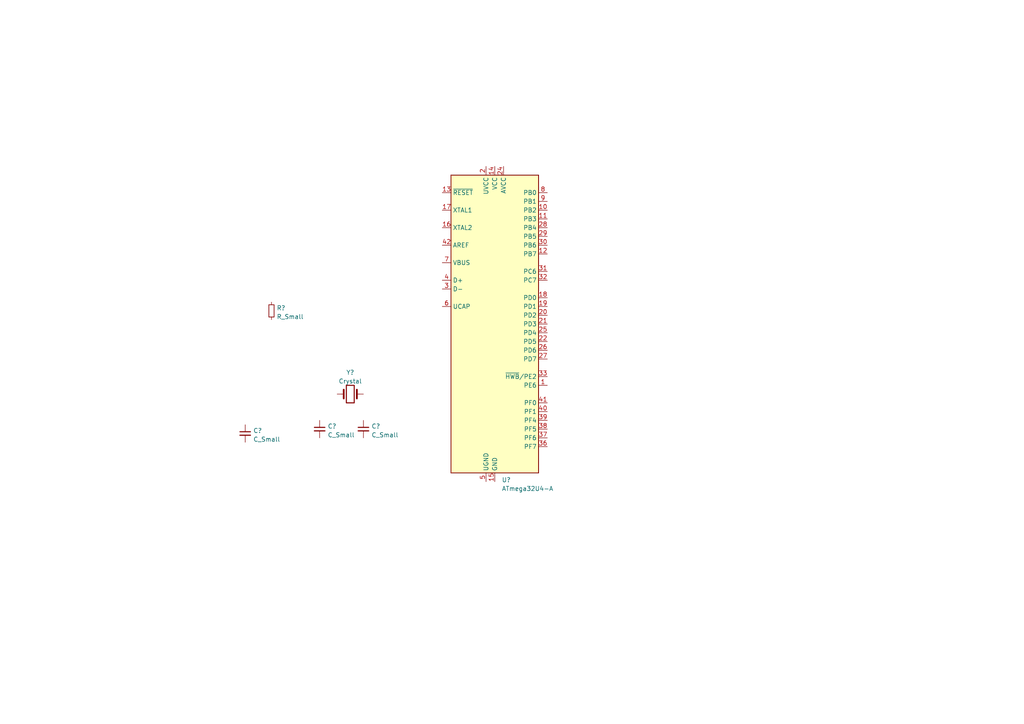
<source format=kicad_sch>
(kicad_sch (version 20211123) (generator eeschema)
  (paper "A4")
  (lib_symbols
    (symbol "Device:C_Small" (pin_numbers hide) (pin_names (offset 0.254) hide)
      (property "Reference" "C" (at 0.254 1.778 0))
      (property "Value" "C_Small" (at 0.254 -2.032 0))
      (symbol "C_Small_0_1"
        (polyline (pts (xy -1.524 -0.508) (xy 1.524 -0.508)) (stroke (width 0.3302)))
        (polyline (pts (xy -1.524 0.508) (xy 1.524 0.508)) (stroke (width 0.3048)))
      )
      (symbol "C_Small_1_1"
        (pin passive line (at 0 2.54 270) (length 2.032) (name "~") (number "1"))
        (pin passive line (at 0 -2.54 90) (length 2.032) (name "~") (number "2"))
      )
    )
    (symbol "Device:Crystal" (pin_numbers hide) (pin_names (offset 1.016) hide)
      (property "Reference" "Y" (at 0 3.81 0))
      (property "Value" "Crystal" (at 0 -3.81 0))
      (symbol "Crystal_0_1"
        (rectangle (start -1.143 2.54) (end 1.143 -2.54) (stroke (width 0.3048)))
        (polyline (pts (xy -2.54 0) (xy -1.905 0)))
        (polyline (pts (xy -1.905 -1.27) (xy -1.905 1.27)) (stroke (width 0.508)))
        (polyline (pts (xy 1.905 -1.27) (xy 1.905 1.27)) (stroke (width 0.508)))
        (polyline (pts (xy 2.54 0) (xy 1.905 0)))
      )
      (symbol "Crystal_1_1"
        (pin passive line (at -3.81 0 0) (length 1.27) (name "1") (number "1"))
        (pin passive line (at 3.81 0 180) (length 1.27) (name "2") (number "2"))
      )
    )
    (symbol "Device:R_Small" (pin_numbers hide) (pin_names (offset 0.254) hide)
      (property "Reference" "R" (at 0.762 0.508 0))
      (property "Value" "R_Small" (at 0.762 -1.016 0))
      (symbol "R_Small_0_1"
        (rectangle (start -0.762 1.778) (end 0.762 -1.778) (stroke (width 0.2032)))
      )
      (symbol "R_Small_1_1"
        (pin passive line (at 0 2.54 270) (length 0.762) (name "~") (number "1"))
        (pin passive line (at 0 -2.54 90) (length 0.762) (name "~") (number "2"))
      )
    )
    (symbol "MCU_Microchip_ATmega:ATmega32U4-A"
      (property "Reference" "U" (at -12.7 44.45 0))
      (property "Value" "ATmega32U4-A" (at 2.54 -44.45 0))
      (symbol "ATmega32U4-A_0_1"
        (rectangle (start -12.7 -43.18) (end 12.7 43.18) (stroke (width 0.254)) (fill (type background)))
      )
      (symbol "ATmega32U4-A_1_1"
        (pin bidirectional line (at 15.24 -17.78 180) (length 2.54) (name "PE6") (number "1"))
        (pin bidirectional line (at 15.24 33.02 180) (length 2.54) (name "PB2") (number "10"))
        (pin bidirectional line (at 15.24 30.48 180) (length 2.54) (name "PB3") (number "11"))
        (pin bidirectional line (at 15.24 20.32 180) (length 2.54) (name "PB7") (number "12"))
        (pin input line (at -15.24 38.1 0) (length 2.54) (name "~{RESET}") (number "13"))
        (pin power_in line (at 0 45.72 270) (length 2.54) (name "VCC") (number "14"))
        (pin power_in line (at 0 -45.72 90) (length 2.54) (name "GND") (number "15"))
        (pin output line (at -15.24 27.94 0) (length 2.54) (name "XTAL2") (number "16"))
        (pin input line (at -15.24 33.02 0) (length 2.54) (name "XTAL1") (number "17"))
        (pin bidirectional line (at 15.24 7.62 180) (length 2.54) (name "PD0") (number "18"))
        (pin bidirectional line (at 15.24 5.08 180) (length 2.54) (name "PD1") (number "19"))
        (pin power_in line (at -2.54 45.72 270) (length 2.54) (name "UVCC") (number "2"))
        (pin bidirectional line (at 15.24 2.54 180) (length 2.54) (name "PD2") (number "20"))
        (pin bidirectional line (at 15.24 0 180) (length 2.54) (name "PD3") (number "21"))
        (pin bidirectional line (at 15.24 -5.08 180) (length 2.54) (name "PD5") (number "22"))
        (pin passive line (at 0 -45.72 90) (length 2.54) hide (name "GND") (number "23"))
        (pin power_in line (at 2.54 45.72 270) (length 2.54) (name "AVCC") (number "24"))
        (pin bidirectional line (at 15.24 -2.54 180) (length 2.54) (name "PD4") (number "25"))
        (pin bidirectional line (at 15.24 -7.62 180) (length 2.54) (name "PD6") (number "26"))
        (pin bidirectional line (at 15.24 -10.16 180) (length 2.54) (name "PD7") (number "27"))
        (pin bidirectional line (at 15.24 27.94 180) (length 2.54) (name "PB4") (number "28"))
        (pin bidirectional line (at 15.24 25.4 180) (length 2.54) (name "PB5") (number "29"))
        (pin bidirectional line (at -15.24 10.16 0) (length 2.54) (name "D-") (number "3"))
        (pin bidirectional line (at 15.24 22.86 180) (length 2.54) (name "PB6") (number "30"))
        (pin bidirectional line (at 15.24 15.24 180) (length 2.54) (name "PC6") (number "31"))
        (pin bidirectional line (at 15.24 12.7 180) (length 2.54) (name "PC7") (number "32"))
        (pin bidirectional line (at 15.24 -15.24 180) (length 2.54) (name "~{HWB}/PE2") (number "33"))
        (pin passive line (at 0 45.72 270) (length 2.54) hide (name "VCC") (number "34"))
        (pin passive line (at 0 -45.72 90) (length 2.54) hide (name "GND") (number "35"))
        (pin bidirectional line (at 15.24 -35.56 180) (length 2.54) (name "PF7") (number "36"))
        (pin bidirectional line (at 15.24 -33.02 180) (length 2.54) (name "PF6") (number "37"))
        (pin bidirectional line (at 15.24 -30.48 180) (length 2.54) (name "PF5") (number "38"))
        (pin bidirectional line (at 15.24 -27.94 180) (length 2.54) (name "PF4") (number "39"))
        (pin bidirectional line (at -15.24 12.7 0) (length 2.54) (name "D+") (number "4"))
        (pin bidirectional line (at 15.24 -25.4 180) (length 2.54) (name "PF1") (number "40"))
        (pin bidirectional line (at 15.24 -22.86 180) (length 2.54) (name "PF0") (number "41"))
        (pin passive line (at -15.24 22.86 0) (length 2.54) (name "AREF") (number "42"))
        (pin passive line (at 0 -45.72 90) (length 2.54) hide (name "GND") (number "43"))
        (pin passive line (at 2.54 45.72 270) (length 2.54) hide (name "AVCC") (number "44"))
        (pin passive line (at -2.54 -45.72 90) (length 2.54) (name "UGND") (number "5"))
        (pin passive line (at -15.24 5.08 0) (length 2.54) (name "UCAP") (number "6"))
        (pin input line (at -15.24 17.78 0) (length 2.54) (name "VBUS") (number "7"))
        (pin bidirectional line (at 15.24 38.1 180) (length 2.54) (name "PB0") (number "8"))
        (pin bidirectional line (at 15.24 35.56 180) (length 2.54) (name "PB1") (number "9"))
      )
    )
  )
  (symbol (lib_id "Device:Crystal") (at 101.6 114.3 0) (unit 1)
    (property "Reference" "Y?" (at 101.6 108.0348 0))
    (property "Value" "Crystal" (at 101.6 110.5717 0))
  )
  (symbol (lib_id "Device:C_Small") (at 92.71 124.46 0) (unit 1)
    (property "Reference" "C?" (at 95.0341 123.6316 0) (effects (justify left)))
    (property "Value" "C_Small" (at 95.0341 126.1685 0) (effects (justify left)))
  )
  (symbol (lib_id "Device:R_Small") (at 78.74 90.17 0) (unit 1)
    (property "Reference" "R?" (at 80.2386 89.3353 0) (effects (justify left)))
    (property "Value" "R_Small" (at 80.2386 91.8722 0) (effects (justify left)))
  )
  (symbol (lib_id "MCU_Microchip_ATmega:ATmega32U4-A") (at 143.51 93.98 0) (unit 1)
    (property "Reference" "U?" (at 145.5294 139.1904 0) (effects (justify left)))
    (property "Value" "ATmega32U4-A" (at 145.5294 141.7273 0) (effects (justify left)))
    (property "Footprint" "Package_QFP:TQFP-44_10x10mm_P0.8mm" (effects hide))
    (property "Datasheet" "http://ww1.microchip.com/downloads/en/DeviceDoc/Atmel-7766-8-bit-AVR-ATmega16U4-32U4_Datasheet.pdf" (effects hide))
  )
  (symbol (lib_id "Device:C_Small") (at 105.41 124.46 0) (unit 1)
    (property "Reference" "C?" (at 107.7341 123.6316 0) (effects (justify left)))
    (property "Value" "C_Small" (at 107.7341 126.1685 0) (effects (justify left)))
  )
  (symbol (lib_id "Device:C_Small") (at 71.12 125.73 0) (unit 1)
    (property "Reference" "C?" (at 73.4441 124.9016 0) (effects (justify left)))
    (property "Value" "C_Small" (at 73.4441 127.4385 0) (effects (justify left)))
  )
)
</source>
